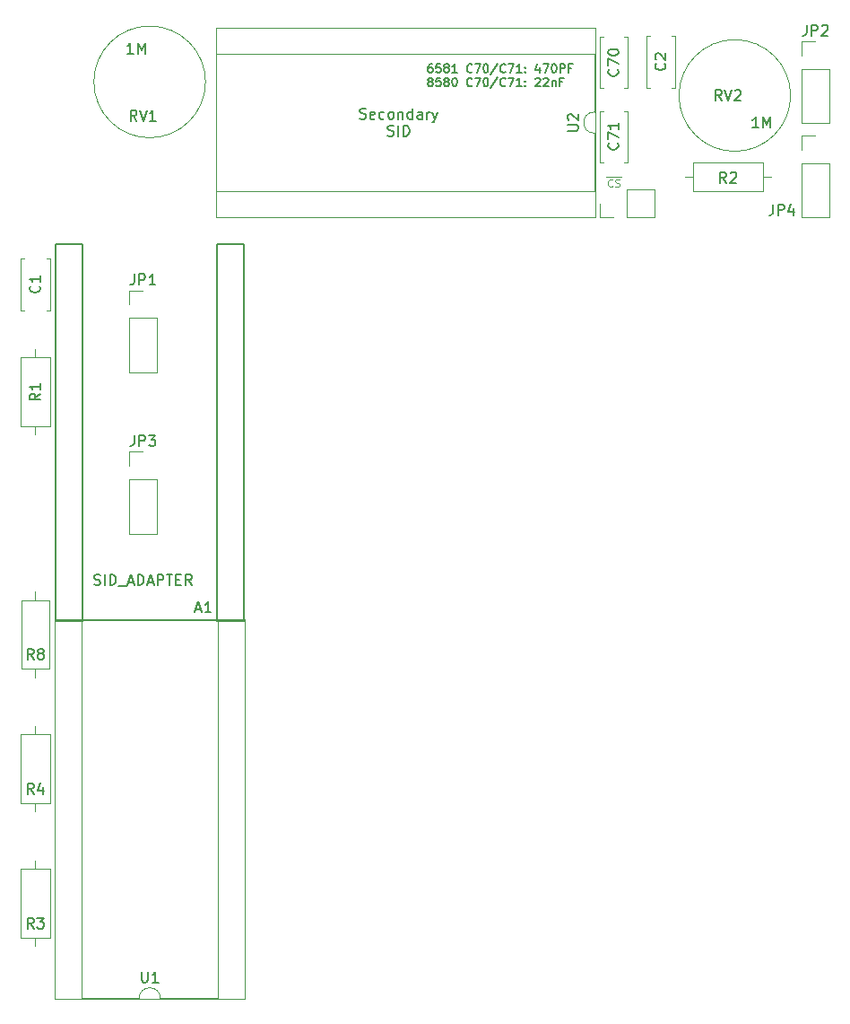
<source format=gto>
G04 #@! TF.GenerationSoftware,KiCad,Pcbnew,(6.0.5)*
G04 #@! TF.CreationDate,2023-01-02T22:47:37+01:00*
G04 #@! TF.ProjectId,C128DCR Dual SID,43313238-4443-4522-9044-75616c205349,D*
G04 #@! TF.SameCoordinates,Original*
G04 #@! TF.FileFunction,Legend,Top*
G04 #@! TF.FilePolarity,Positive*
%FSLAX46Y46*%
G04 Gerber Fmt 4.6, Leading zero omitted, Abs format (unit mm)*
G04 Created by KiCad (PCBNEW (6.0.5)) date 2023-01-02 22:47:37*
%MOMM*%
%LPD*%
G01*
G04 APERTURE LIST*
%ADD10C,0.150000*%
%ADD11C,0.100000*%
%ADD12C,0.120000*%
%ADD13R,1.600000X1.600000*%
%ADD14O,1.600000X1.600000*%
%ADD15C,1.600000*%
%ADD16R,1.700000X1.700000*%
%ADD17O,1.700000X1.700000*%
%ADD18C,2.340000*%
%ADD19C,2.500000*%
G04 APERTURE END LIST*
D10*
X134152142Y-77069761D02*
X134295000Y-77117380D01*
X134533095Y-77117380D01*
X134628333Y-77069761D01*
X134675952Y-77022142D01*
X134723571Y-76926904D01*
X134723571Y-76831666D01*
X134675952Y-76736428D01*
X134628333Y-76688809D01*
X134533095Y-76641190D01*
X134342619Y-76593571D01*
X134247380Y-76545952D01*
X134199761Y-76498333D01*
X134152142Y-76403095D01*
X134152142Y-76307857D01*
X134199761Y-76212619D01*
X134247380Y-76165000D01*
X134342619Y-76117380D01*
X134580714Y-76117380D01*
X134723571Y-76165000D01*
X135533095Y-77069761D02*
X135437857Y-77117380D01*
X135247380Y-77117380D01*
X135152142Y-77069761D01*
X135104523Y-76974523D01*
X135104523Y-76593571D01*
X135152142Y-76498333D01*
X135247380Y-76450714D01*
X135437857Y-76450714D01*
X135533095Y-76498333D01*
X135580714Y-76593571D01*
X135580714Y-76688809D01*
X135104523Y-76784047D01*
X136437857Y-77069761D02*
X136342619Y-77117380D01*
X136152142Y-77117380D01*
X136056904Y-77069761D01*
X136009285Y-77022142D01*
X135961666Y-76926904D01*
X135961666Y-76641190D01*
X136009285Y-76545952D01*
X136056904Y-76498333D01*
X136152142Y-76450714D01*
X136342619Y-76450714D01*
X136437857Y-76498333D01*
X137009285Y-77117380D02*
X136914047Y-77069761D01*
X136866428Y-77022142D01*
X136818809Y-76926904D01*
X136818809Y-76641190D01*
X136866428Y-76545952D01*
X136914047Y-76498333D01*
X137009285Y-76450714D01*
X137152142Y-76450714D01*
X137247380Y-76498333D01*
X137295000Y-76545952D01*
X137342619Y-76641190D01*
X137342619Y-76926904D01*
X137295000Y-77022142D01*
X137247380Y-77069761D01*
X137152142Y-77117380D01*
X137009285Y-77117380D01*
X137771190Y-76450714D02*
X137771190Y-77117380D01*
X137771190Y-76545952D02*
X137818809Y-76498333D01*
X137914047Y-76450714D01*
X138056904Y-76450714D01*
X138152142Y-76498333D01*
X138199761Y-76593571D01*
X138199761Y-77117380D01*
X139104523Y-77117380D02*
X139104523Y-76117380D01*
X139104523Y-77069761D02*
X139009285Y-77117380D01*
X138818809Y-77117380D01*
X138723571Y-77069761D01*
X138675952Y-77022142D01*
X138628333Y-76926904D01*
X138628333Y-76641190D01*
X138675952Y-76545952D01*
X138723571Y-76498333D01*
X138818809Y-76450714D01*
X139009285Y-76450714D01*
X139104523Y-76498333D01*
X140009285Y-77117380D02*
X140009285Y-76593571D01*
X139961666Y-76498333D01*
X139866428Y-76450714D01*
X139675952Y-76450714D01*
X139580714Y-76498333D01*
X140009285Y-77069761D02*
X139914047Y-77117380D01*
X139675952Y-77117380D01*
X139580714Y-77069761D01*
X139533095Y-76974523D01*
X139533095Y-76879285D01*
X139580714Y-76784047D01*
X139675952Y-76736428D01*
X139914047Y-76736428D01*
X140009285Y-76688809D01*
X140485476Y-77117380D02*
X140485476Y-76450714D01*
X140485476Y-76641190D02*
X140533095Y-76545952D01*
X140580714Y-76498333D01*
X140675952Y-76450714D01*
X140771190Y-76450714D01*
X141009285Y-76450714D02*
X141247380Y-77117380D01*
X141485476Y-76450714D02*
X141247380Y-77117380D01*
X141152142Y-77355476D01*
X141104523Y-77403095D01*
X141009285Y-77450714D01*
X136771190Y-78679761D02*
X136914047Y-78727380D01*
X137152142Y-78727380D01*
X137247380Y-78679761D01*
X137295000Y-78632142D01*
X137342619Y-78536904D01*
X137342619Y-78441666D01*
X137295000Y-78346428D01*
X137247380Y-78298809D01*
X137152142Y-78251190D01*
X136961666Y-78203571D01*
X136866428Y-78155952D01*
X136818809Y-78108333D01*
X136771190Y-78013095D01*
X136771190Y-77917857D01*
X136818809Y-77822619D01*
X136866428Y-77775000D01*
X136961666Y-77727380D01*
X137199761Y-77727380D01*
X137342619Y-77775000D01*
X137771190Y-78727380D02*
X137771190Y-77727380D01*
X138247380Y-78727380D02*
X138247380Y-77727380D01*
X138485476Y-77727380D01*
X138628333Y-77775000D01*
X138723571Y-77870238D01*
X138771190Y-77965476D01*
X138818809Y-78155952D01*
X138818809Y-78298809D01*
X138771190Y-78489285D01*
X138723571Y-78584523D01*
X138628333Y-78679761D01*
X138485476Y-78727380D01*
X138247380Y-78727380D01*
X140965833Y-71942904D02*
X140813452Y-71942904D01*
X140737261Y-71981000D01*
X140699166Y-72019095D01*
X140622976Y-72133380D01*
X140584880Y-72285761D01*
X140584880Y-72590523D01*
X140622976Y-72666714D01*
X140661071Y-72704809D01*
X140737261Y-72742904D01*
X140889642Y-72742904D01*
X140965833Y-72704809D01*
X141003928Y-72666714D01*
X141042023Y-72590523D01*
X141042023Y-72400047D01*
X141003928Y-72323857D01*
X140965833Y-72285761D01*
X140889642Y-72247666D01*
X140737261Y-72247666D01*
X140661071Y-72285761D01*
X140622976Y-72323857D01*
X140584880Y-72400047D01*
X141765833Y-71942904D02*
X141384880Y-71942904D01*
X141346785Y-72323857D01*
X141384880Y-72285761D01*
X141461071Y-72247666D01*
X141651547Y-72247666D01*
X141727738Y-72285761D01*
X141765833Y-72323857D01*
X141803928Y-72400047D01*
X141803928Y-72590523D01*
X141765833Y-72666714D01*
X141727738Y-72704809D01*
X141651547Y-72742904D01*
X141461071Y-72742904D01*
X141384880Y-72704809D01*
X141346785Y-72666714D01*
X142261071Y-72285761D02*
X142184880Y-72247666D01*
X142146785Y-72209571D01*
X142108690Y-72133380D01*
X142108690Y-72095285D01*
X142146785Y-72019095D01*
X142184880Y-71981000D01*
X142261071Y-71942904D01*
X142413452Y-71942904D01*
X142489642Y-71981000D01*
X142527738Y-72019095D01*
X142565833Y-72095285D01*
X142565833Y-72133380D01*
X142527738Y-72209571D01*
X142489642Y-72247666D01*
X142413452Y-72285761D01*
X142261071Y-72285761D01*
X142184880Y-72323857D01*
X142146785Y-72361952D01*
X142108690Y-72438142D01*
X142108690Y-72590523D01*
X142146785Y-72666714D01*
X142184880Y-72704809D01*
X142261071Y-72742904D01*
X142413452Y-72742904D01*
X142489642Y-72704809D01*
X142527738Y-72666714D01*
X142565833Y-72590523D01*
X142565833Y-72438142D01*
X142527738Y-72361952D01*
X142489642Y-72323857D01*
X142413452Y-72285761D01*
X143327738Y-72742904D02*
X142870595Y-72742904D01*
X143099166Y-72742904D02*
X143099166Y-71942904D01*
X143022976Y-72057190D01*
X142946785Y-72133380D01*
X142870595Y-72171476D01*
X144737261Y-72666714D02*
X144699166Y-72704809D01*
X144584880Y-72742904D01*
X144508690Y-72742904D01*
X144394404Y-72704809D01*
X144318214Y-72628619D01*
X144280119Y-72552428D01*
X144242023Y-72400047D01*
X144242023Y-72285761D01*
X144280119Y-72133380D01*
X144318214Y-72057190D01*
X144394404Y-71981000D01*
X144508690Y-71942904D01*
X144584880Y-71942904D01*
X144699166Y-71981000D01*
X144737261Y-72019095D01*
X145003928Y-71942904D02*
X145537261Y-71942904D01*
X145194404Y-72742904D01*
X145994404Y-71942904D02*
X146070595Y-71942904D01*
X146146785Y-71981000D01*
X146184880Y-72019095D01*
X146222976Y-72095285D01*
X146261071Y-72247666D01*
X146261071Y-72438142D01*
X146222976Y-72590523D01*
X146184880Y-72666714D01*
X146146785Y-72704809D01*
X146070595Y-72742904D01*
X145994404Y-72742904D01*
X145918214Y-72704809D01*
X145880119Y-72666714D01*
X145842023Y-72590523D01*
X145803928Y-72438142D01*
X145803928Y-72247666D01*
X145842023Y-72095285D01*
X145880119Y-72019095D01*
X145918214Y-71981000D01*
X145994404Y-71942904D01*
X147175357Y-71904809D02*
X146489642Y-72933380D01*
X147899166Y-72666714D02*
X147861071Y-72704809D01*
X147746785Y-72742904D01*
X147670595Y-72742904D01*
X147556309Y-72704809D01*
X147480119Y-72628619D01*
X147442023Y-72552428D01*
X147403928Y-72400047D01*
X147403928Y-72285761D01*
X147442023Y-72133380D01*
X147480119Y-72057190D01*
X147556309Y-71981000D01*
X147670595Y-71942904D01*
X147746785Y-71942904D01*
X147861071Y-71981000D01*
X147899166Y-72019095D01*
X148165833Y-71942904D02*
X148699166Y-71942904D01*
X148356309Y-72742904D01*
X149422976Y-72742904D02*
X148965833Y-72742904D01*
X149194404Y-72742904D02*
X149194404Y-71942904D01*
X149118214Y-72057190D01*
X149042023Y-72133380D01*
X148965833Y-72171476D01*
X149765833Y-72666714D02*
X149803928Y-72704809D01*
X149765833Y-72742904D01*
X149727738Y-72704809D01*
X149765833Y-72666714D01*
X149765833Y-72742904D01*
X149765833Y-72247666D02*
X149803928Y-72285761D01*
X149765833Y-72323857D01*
X149727738Y-72285761D01*
X149765833Y-72247666D01*
X149765833Y-72323857D01*
X151099166Y-72209571D02*
X151099166Y-72742904D01*
X150908690Y-71904809D02*
X150718214Y-72476238D01*
X151213452Y-72476238D01*
X151442023Y-71942904D02*
X151975357Y-71942904D01*
X151632500Y-72742904D01*
X152432500Y-71942904D02*
X152508690Y-71942904D01*
X152584880Y-71981000D01*
X152622976Y-72019095D01*
X152661071Y-72095285D01*
X152699166Y-72247666D01*
X152699166Y-72438142D01*
X152661071Y-72590523D01*
X152622976Y-72666714D01*
X152584880Y-72704809D01*
X152508690Y-72742904D01*
X152432500Y-72742904D01*
X152356309Y-72704809D01*
X152318214Y-72666714D01*
X152280119Y-72590523D01*
X152242023Y-72438142D01*
X152242023Y-72247666D01*
X152280119Y-72095285D01*
X152318214Y-72019095D01*
X152356309Y-71981000D01*
X152432500Y-71942904D01*
X153042023Y-72742904D02*
X153042023Y-71942904D01*
X153346785Y-71942904D01*
X153422976Y-71981000D01*
X153461071Y-72019095D01*
X153499166Y-72095285D01*
X153499166Y-72209571D01*
X153461071Y-72285761D01*
X153422976Y-72323857D01*
X153346785Y-72361952D01*
X153042023Y-72361952D01*
X154108690Y-72323857D02*
X153842023Y-72323857D01*
X153842023Y-72742904D02*
X153842023Y-71942904D01*
X154222976Y-71942904D01*
X140737261Y-73573761D02*
X140661071Y-73535666D01*
X140622976Y-73497571D01*
X140584880Y-73421380D01*
X140584880Y-73383285D01*
X140622976Y-73307095D01*
X140661071Y-73269000D01*
X140737261Y-73230904D01*
X140889642Y-73230904D01*
X140965833Y-73269000D01*
X141003928Y-73307095D01*
X141042023Y-73383285D01*
X141042023Y-73421380D01*
X141003928Y-73497571D01*
X140965833Y-73535666D01*
X140889642Y-73573761D01*
X140737261Y-73573761D01*
X140661071Y-73611857D01*
X140622976Y-73649952D01*
X140584880Y-73726142D01*
X140584880Y-73878523D01*
X140622976Y-73954714D01*
X140661071Y-73992809D01*
X140737261Y-74030904D01*
X140889642Y-74030904D01*
X140965833Y-73992809D01*
X141003928Y-73954714D01*
X141042023Y-73878523D01*
X141042023Y-73726142D01*
X141003928Y-73649952D01*
X140965833Y-73611857D01*
X140889642Y-73573761D01*
X141765833Y-73230904D02*
X141384880Y-73230904D01*
X141346785Y-73611857D01*
X141384880Y-73573761D01*
X141461071Y-73535666D01*
X141651547Y-73535666D01*
X141727738Y-73573761D01*
X141765833Y-73611857D01*
X141803928Y-73688047D01*
X141803928Y-73878523D01*
X141765833Y-73954714D01*
X141727738Y-73992809D01*
X141651547Y-74030904D01*
X141461071Y-74030904D01*
X141384880Y-73992809D01*
X141346785Y-73954714D01*
X142261071Y-73573761D02*
X142184880Y-73535666D01*
X142146785Y-73497571D01*
X142108690Y-73421380D01*
X142108690Y-73383285D01*
X142146785Y-73307095D01*
X142184880Y-73269000D01*
X142261071Y-73230904D01*
X142413452Y-73230904D01*
X142489642Y-73269000D01*
X142527738Y-73307095D01*
X142565833Y-73383285D01*
X142565833Y-73421380D01*
X142527738Y-73497571D01*
X142489642Y-73535666D01*
X142413452Y-73573761D01*
X142261071Y-73573761D01*
X142184880Y-73611857D01*
X142146785Y-73649952D01*
X142108690Y-73726142D01*
X142108690Y-73878523D01*
X142146785Y-73954714D01*
X142184880Y-73992809D01*
X142261071Y-74030904D01*
X142413452Y-74030904D01*
X142489642Y-73992809D01*
X142527738Y-73954714D01*
X142565833Y-73878523D01*
X142565833Y-73726142D01*
X142527738Y-73649952D01*
X142489642Y-73611857D01*
X142413452Y-73573761D01*
X143061071Y-73230904D02*
X143137261Y-73230904D01*
X143213452Y-73269000D01*
X143251547Y-73307095D01*
X143289642Y-73383285D01*
X143327738Y-73535666D01*
X143327738Y-73726142D01*
X143289642Y-73878523D01*
X143251547Y-73954714D01*
X143213452Y-73992809D01*
X143137261Y-74030904D01*
X143061071Y-74030904D01*
X142984880Y-73992809D01*
X142946785Y-73954714D01*
X142908690Y-73878523D01*
X142870595Y-73726142D01*
X142870595Y-73535666D01*
X142908690Y-73383285D01*
X142946785Y-73307095D01*
X142984880Y-73269000D01*
X143061071Y-73230904D01*
X144737261Y-73954714D02*
X144699166Y-73992809D01*
X144584880Y-74030904D01*
X144508690Y-74030904D01*
X144394404Y-73992809D01*
X144318214Y-73916619D01*
X144280119Y-73840428D01*
X144242023Y-73688047D01*
X144242023Y-73573761D01*
X144280119Y-73421380D01*
X144318214Y-73345190D01*
X144394404Y-73269000D01*
X144508690Y-73230904D01*
X144584880Y-73230904D01*
X144699166Y-73269000D01*
X144737261Y-73307095D01*
X145003928Y-73230904D02*
X145537261Y-73230904D01*
X145194404Y-74030904D01*
X145994404Y-73230904D02*
X146070595Y-73230904D01*
X146146785Y-73269000D01*
X146184880Y-73307095D01*
X146222976Y-73383285D01*
X146261071Y-73535666D01*
X146261071Y-73726142D01*
X146222976Y-73878523D01*
X146184880Y-73954714D01*
X146146785Y-73992809D01*
X146070595Y-74030904D01*
X145994404Y-74030904D01*
X145918214Y-73992809D01*
X145880119Y-73954714D01*
X145842023Y-73878523D01*
X145803928Y-73726142D01*
X145803928Y-73535666D01*
X145842023Y-73383285D01*
X145880119Y-73307095D01*
X145918214Y-73269000D01*
X145994404Y-73230904D01*
X147175357Y-73192809D02*
X146489642Y-74221380D01*
X147899166Y-73954714D02*
X147861071Y-73992809D01*
X147746785Y-74030904D01*
X147670595Y-74030904D01*
X147556309Y-73992809D01*
X147480119Y-73916619D01*
X147442023Y-73840428D01*
X147403928Y-73688047D01*
X147403928Y-73573761D01*
X147442023Y-73421380D01*
X147480119Y-73345190D01*
X147556309Y-73269000D01*
X147670595Y-73230904D01*
X147746785Y-73230904D01*
X147861071Y-73269000D01*
X147899166Y-73307095D01*
X148165833Y-73230904D02*
X148699166Y-73230904D01*
X148356309Y-74030904D01*
X149422976Y-74030904D02*
X148965833Y-74030904D01*
X149194404Y-74030904D02*
X149194404Y-73230904D01*
X149118214Y-73345190D01*
X149042023Y-73421380D01*
X148965833Y-73459476D01*
X149765833Y-73954714D02*
X149803928Y-73992809D01*
X149765833Y-74030904D01*
X149727738Y-73992809D01*
X149765833Y-73954714D01*
X149765833Y-74030904D01*
X149765833Y-73535666D02*
X149803928Y-73573761D01*
X149765833Y-73611857D01*
X149727738Y-73573761D01*
X149765833Y-73535666D01*
X149765833Y-73611857D01*
X150718214Y-73307095D02*
X150756309Y-73269000D01*
X150832500Y-73230904D01*
X151022976Y-73230904D01*
X151099166Y-73269000D01*
X151137261Y-73307095D01*
X151175357Y-73383285D01*
X151175357Y-73459476D01*
X151137261Y-73573761D01*
X150680119Y-74030904D01*
X151175357Y-74030904D01*
X151480119Y-73307095D02*
X151518214Y-73269000D01*
X151594404Y-73230904D01*
X151784880Y-73230904D01*
X151861071Y-73269000D01*
X151899166Y-73307095D01*
X151937261Y-73383285D01*
X151937261Y-73459476D01*
X151899166Y-73573761D01*
X151442023Y-74030904D01*
X151937261Y-74030904D01*
X152280119Y-73497571D02*
X152280119Y-74030904D01*
X152280119Y-73573761D02*
X152318214Y-73535666D01*
X152394404Y-73497571D01*
X152508690Y-73497571D01*
X152584880Y-73535666D01*
X152622976Y-73611857D01*
X152622976Y-74030904D01*
X153270595Y-73611857D02*
X153003928Y-73611857D01*
X153003928Y-74030904D02*
X153003928Y-73230904D01*
X153384880Y-73230904D01*
X118665714Y-123356666D02*
X119141904Y-123356666D01*
X118570476Y-123642380D02*
X118903809Y-122642380D01*
X119237142Y-123642380D01*
X120094285Y-123642380D02*
X119522857Y-123642380D01*
X119808571Y-123642380D02*
X119808571Y-122642380D01*
X119713333Y-122785238D01*
X119618095Y-122880476D01*
X119522857Y-122928095D01*
X109069761Y-121054761D02*
X109212619Y-121102380D01*
X109450714Y-121102380D01*
X109545952Y-121054761D01*
X109593571Y-121007142D01*
X109641190Y-120911904D01*
X109641190Y-120816666D01*
X109593571Y-120721428D01*
X109545952Y-120673809D01*
X109450714Y-120626190D01*
X109260238Y-120578571D01*
X109165000Y-120530952D01*
X109117380Y-120483333D01*
X109069761Y-120388095D01*
X109069761Y-120292857D01*
X109117380Y-120197619D01*
X109165000Y-120150000D01*
X109260238Y-120102380D01*
X109498333Y-120102380D01*
X109641190Y-120150000D01*
X110069761Y-121102380D02*
X110069761Y-120102380D01*
X110545952Y-121102380D02*
X110545952Y-120102380D01*
X110784047Y-120102380D01*
X110926904Y-120150000D01*
X111022142Y-120245238D01*
X111069761Y-120340476D01*
X111117380Y-120530952D01*
X111117380Y-120673809D01*
X111069761Y-120864285D01*
X111022142Y-120959523D01*
X110926904Y-121054761D01*
X110784047Y-121102380D01*
X110545952Y-121102380D01*
X111307857Y-121197619D02*
X112069761Y-121197619D01*
X112260238Y-120816666D02*
X112736428Y-120816666D01*
X112165000Y-121102380D02*
X112498333Y-120102380D01*
X112831666Y-121102380D01*
X113165000Y-121102380D02*
X113165000Y-120102380D01*
X113403095Y-120102380D01*
X113545952Y-120150000D01*
X113641190Y-120245238D01*
X113688809Y-120340476D01*
X113736428Y-120530952D01*
X113736428Y-120673809D01*
X113688809Y-120864285D01*
X113641190Y-120959523D01*
X113545952Y-121054761D01*
X113403095Y-121102380D01*
X113165000Y-121102380D01*
X114117380Y-120816666D02*
X114593571Y-120816666D01*
X114022142Y-121102380D02*
X114355476Y-120102380D01*
X114688809Y-121102380D01*
X115022142Y-121102380D02*
X115022142Y-120102380D01*
X115403095Y-120102380D01*
X115498333Y-120150000D01*
X115545952Y-120197619D01*
X115593571Y-120292857D01*
X115593571Y-120435714D01*
X115545952Y-120530952D01*
X115498333Y-120578571D01*
X115403095Y-120626190D01*
X115022142Y-120626190D01*
X115879285Y-120102380D02*
X116450714Y-120102380D01*
X116165000Y-121102380D02*
X116165000Y-120102380D01*
X116784047Y-120578571D02*
X117117380Y-120578571D01*
X117260238Y-121102380D02*
X116784047Y-121102380D01*
X116784047Y-120102380D01*
X117260238Y-120102380D01*
X118260238Y-121102380D02*
X117926904Y-120626190D01*
X117688809Y-121102380D02*
X117688809Y-120102380D01*
X118069761Y-120102380D01*
X118165000Y-120150000D01*
X118212619Y-120197619D01*
X118260238Y-120292857D01*
X118260238Y-120435714D01*
X118212619Y-120530952D01*
X118165000Y-120578571D01*
X118069761Y-120626190D01*
X117688809Y-120626190D01*
X158472142Y-72437857D02*
X158519761Y-72485476D01*
X158567380Y-72628333D01*
X158567380Y-72723571D01*
X158519761Y-72866428D01*
X158424523Y-72961666D01*
X158329285Y-73009285D01*
X158138809Y-73056904D01*
X157995952Y-73056904D01*
X157805476Y-73009285D01*
X157710238Y-72961666D01*
X157615000Y-72866428D01*
X157567380Y-72723571D01*
X157567380Y-72628333D01*
X157615000Y-72485476D01*
X157662619Y-72437857D01*
X157567380Y-72104523D02*
X157567380Y-71437857D01*
X158567380Y-71866428D01*
X157567380Y-70866428D02*
X157567380Y-70771190D01*
X157615000Y-70675952D01*
X157662619Y-70628333D01*
X157757857Y-70580714D01*
X157948333Y-70533095D01*
X158186428Y-70533095D01*
X158376904Y-70580714D01*
X158472142Y-70628333D01*
X158519761Y-70675952D01*
X158567380Y-70771190D01*
X158567380Y-70866428D01*
X158519761Y-70961666D01*
X158472142Y-71009285D01*
X158376904Y-71056904D01*
X158186428Y-71104523D01*
X157948333Y-71104523D01*
X157757857Y-71056904D01*
X157662619Y-71009285D01*
X157615000Y-70961666D01*
X157567380Y-70866428D01*
X158472142Y-79382857D02*
X158519761Y-79430476D01*
X158567380Y-79573333D01*
X158567380Y-79668571D01*
X158519761Y-79811428D01*
X158424523Y-79906666D01*
X158329285Y-79954285D01*
X158138809Y-80001904D01*
X157995952Y-80001904D01*
X157805476Y-79954285D01*
X157710238Y-79906666D01*
X157615000Y-79811428D01*
X157567380Y-79668571D01*
X157567380Y-79573333D01*
X157615000Y-79430476D01*
X157662619Y-79382857D01*
X157567380Y-79049523D02*
X157567380Y-78382857D01*
X158567380Y-78811428D01*
X158567380Y-77478095D02*
X158567380Y-78049523D01*
X158567380Y-77763809D02*
X157567380Y-77763809D01*
X157710238Y-77859047D01*
X157805476Y-77954285D01*
X157853095Y-78049523D01*
X103338333Y-128107380D02*
X103005000Y-127631190D01*
X102766904Y-128107380D02*
X102766904Y-127107380D01*
X103147857Y-127107380D01*
X103243095Y-127155000D01*
X103290714Y-127202619D01*
X103338333Y-127297857D01*
X103338333Y-127440714D01*
X103290714Y-127535952D01*
X103243095Y-127583571D01*
X103147857Y-127631190D01*
X102766904Y-127631190D01*
X103909761Y-127535952D02*
X103814523Y-127488333D01*
X103766904Y-127440714D01*
X103719285Y-127345476D01*
X103719285Y-127297857D01*
X103766904Y-127202619D01*
X103814523Y-127155000D01*
X103909761Y-127107380D01*
X104100238Y-127107380D01*
X104195476Y-127155000D01*
X104243095Y-127202619D01*
X104290714Y-127297857D01*
X104290714Y-127345476D01*
X104243095Y-127440714D01*
X104195476Y-127488333D01*
X104100238Y-127535952D01*
X103909761Y-127535952D01*
X103814523Y-127583571D01*
X103766904Y-127631190D01*
X103719285Y-127726428D01*
X103719285Y-127916904D01*
X103766904Y-128012142D01*
X103814523Y-128059761D01*
X103909761Y-128107380D01*
X104100238Y-128107380D01*
X104195476Y-128059761D01*
X104243095Y-128012142D01*
X104290714Y-127916904D01*
X104290714Y-127726428D01*
X104243095Y-127631190D01*
X104195476Y-127583571D01*
X104100238Y-127535952D01*
X113538095Y-157567380D02*
X113538095Y-158376904D01*
X113585714Y-158472142D01*
X113633333Y-158519761D01*
X113728571Y-158567380D01*
X113919047Y-158567380D01*
X114014285Y-158519761D01*
X114061904Y-158472142D01*
X114109523Y-158376904D01*
X114109523Y-157567380D01*
X115109523Y-158567380D02*
X114538095Y-158567380D01*
X114823809Y-158567380D02*
X114823809Y-157567380D01*
X114728571Y-157710238D01*
X114633333Y-157805476D01*
X114538095Y-157853095D01*
X153772380Y-78226904D02*
X154581904Y-78226904D01*
X154677142Y-78179285D01*
X154724761Y-78131666D01*
X154772380Y-78036428D01*
X154772380Y-77845952D01*
X154724761Y-77750714D01*
X154677142Y-77703095D01*
X154581904Y-77655476D01*
X153772380Y-77655476D01*
X153867619Y-77226904D02*
X153820000Y-77179285D01*
X153772380Y-77084047D01*
X153772380Y-76845952D01*
X153820000Y-76750714D01*
X153867619Y-76703095D01*
X153962857Y-76655476D01*
X154058095Y-76655476D01*
X154200952Y-76703095D01*
X154772380Y-77274523D01*
X154772380Y-76655476D01*
D11*
X157431666Y-82604000D02*
X158131666Y-82604000D01*
X157998333Y-83435000D02*
X157965000Y-83468333D01*
X157865000Y-83501666D01*
X157798333Y-83501666D01*
X157698333Y-83468333D01*
X157631666Y-83401666D01*
X157598333Y-83335000D01*
X157565000Y-83201666D01*
X157565000Y-83101666D01*
X157598333Y-82968333D01*
X157631666Y-82901666D01*
X157698333Y-82835000D01*
X157798333Y-82801666D01*
X157865000Y-82801666D01*
X157965000Y-82835000D01*
X157998333Y-82868333D01*
X158131666Y-82604000D02*
X158798333Y-82604000D01*
X158265000Y-83468333D02*
X158365000Y-83501666D01*
X158531666Y-83501666D01*
X158598333Y-83468333D01*
X158631666Y-83435000D01*
X158665000Y-83368333D01*
X158665000Y-83301666D01*
X158631666Y-83235000D01*
X158598333Y-83201666D01*
X158531666Y-83168333D01*
X158398333Y-83135000D01*
X158331666Y-83101666D01*
X158298333Y-83068333D01*
X158265000Y-83001666D01*
X158265000Y-82935000D01*
X158298333Y-82868333D01*
X158331666Y-82835000D01*
X158398333Y-82801666D01*
X158565000Y-82801666D01*
X158665000Y-82835000D01*
D10*
X112831666Y-91752380D02*
X112831666Y-92466666D01*
X112784047Y-92609523D01*
X112688809Y-92704761D01*
X112545952Y-92752380D01*
X112450714Y-92752380D01*
X113307857Y-92752380D02*
X113307857Y-91752380D01*
X113688809Y-91752380D01*
X113784047Y-91800000D01*
X113831666Y-91847619D01*
X113879285Y-91942857D01*
X113879285Y-92085714D01*
X113831666Y-92180952D01*
X113784047Y-92228571D01*
X113688809Y-92276190D01*
X113307857Y-92276190D01*
X114831666Y-92752380D02*
X114260238Y-92752380D01*
X114545952Y-92752380D02*
X114545952Y-91752380D01*
X114450714Y-91895238D01*
X114355476Y-91990476D01*
X114260238Y-92038095D01*
X103957380Y-103036666D02*
X103481190Y-103370000D01*
X103957380Y-103608095D02*
X102957380Y-103608095D01*
X102957380Y-103227142D01*
X103005000Y-103131904D01*
X103052619Y-103084285D01*
X103147857Y-103036666D01*
X103290714Y-103036666D01*
X103385952Y-103084285D01*
X103433571Y-103131904D01*
X103481190Y-103227142D01*
X103481190Y-103608095D01*
X103957380Y-102084285D02*
X103957380Y-102655714D01*
X103957380Y-102370000D02*
X102957380Y-102370000D01*
X103100238Y-102465238D01*
X103195476Y-102560476D01*
X103243095Y-102655714D01*
X168743333Y-83129380D02*
X168410000Y-82653190D01*
X168171904Y-83129380D02*
X168171904Y-82129380D01*
X168552857Y-82129380D01*
X168648095Y-82177000D01*
X168695714Y-82224619D01*
X168743333Y-82319857D01*
X168743333Y-82462714D01*
X168695714Y-82557952D01*
X168648095Y-82605571D01*
X168552857Y-82653190D01*
X168171904Y-82653190D01*
X169124285Y-82224619D02*
X169171904Y-82177000D01*
X169267142Y-82129380D01*
X169505238Y-82129380D01*
X169600476Y-82177000D01*
X169648095Y-82224619D01*
X169695714Y-82319857D01*
X169695714Y-82415095D01*
X169648095Y-82557952D01*
X169076666Y-83129380D01*
X169695714Y-83129380D01*
X103338333Y-153487380D02*
X103005000Y-153011190D01*
X102766904Y-153487380D02*
X102766904Y-152487380D01*
X103147857Y-152487380D01*
X103243095Y-152535000D01*
X103290714Y-152582619D01*
X103338333Y-152677857D01*
X103338333Y-152820714D01*
X103290714Y-152915952D01*
X103243095Y-152963571D01*
X103147857Y-153011190D01*
X102766904Y-153011190D01*
X103671666Y-152487380D02*
X104290714Y-152487380D01*
X103957380Y-152868333D01*
X104100238Y-152868333D01*
X104195476Y-152915952D01*
X104243095Y-152963571D01*
X104290714Y-153058809D01*
X104290714Y-153296904D01*
X104243095Y-153392142D01*
X104195476Y-153439761D01*
X104100238Y-153487380D01*
X103814523Y-153487380D01*
X103719285Y-153439761D01*
X103671666Y-153392142D01*
X103338333Y-140787380D02*
X103005000Y-140311190D01*
X102766904Y-140787380D02*
X102766904Y-139787380D01*
X103147857Y-139787380D01*
X103243095Y-139835000D01*
X103290714Y-139882619D01*
X103338333Y-139977857D01*
X103338333Y-140120714D01*
X103290714Y-140215952D01*
X103243095Y-140263571D01*
X103147857Y-140311190D01*
X102766904Y-140311190D01*
X104195476Y-140120714D02*
X104195476Y-140787380D01*
X103957380Y-139739761D02*
X103719285Y-140454047D01*
X104338333Y-140454047D01*
X113069761Y-77287380D02*
X112736428Y-76811190D01*
X112498333Y-77287380D02*
X112498333Y-76287380D01*
X112879285Y-76287380D01*
X112974523Y-76335000D01*
X113022142Y-76382619D01*
X113069761Y-76477857D01*
X113069761Y-76620714D01*
X113022142Y-76715952D01*
X112974523Y-76763571D01*
X112879285Y-76811190D01*
X112498333Y-76811190D01*
X113355476Y-76287380D02*
X113688809Y-77287380D01*
X114022142Y-76287380D01*
X114879285Y-77287380D02*
X114307857Y-77287380D01*
X114593571Y-77287380D02*
X114593571Y-76287380D01*
X114498333Y-76430238D01*
X114403095Y-76525476D01*
X114307857Y-76573095D01*
X112744285Y-70937380D02*
X112172857Y-70937380D01*
X112458571Y-70937380D02*
X112458571Y-69937380D01*
X112363333Y-70080238D01*
X112268095Y-70175476D01*
X112172857Y-70223095D01*
X113172857Y-70937380D02*
X113172857Y-69937380D01*
X113506190Y-70651666D01*
X113839523Y-69937380D01*
X113839523Y-70937380D01*
X112831666Y-106977380D02*
X112831666Y-107691666D01*
X112784047Y-107834523D01*
X112688809Y-107929761D01*
X112545952Y-107977380D01*
X112450714Y-107977380D01*
X113307857Y-107977380D02*
X113307857Y-106977380D01*
X113688809Y-106977380D01*
X113784047Y-107025000D01*
X113831666Y-107072619D01*
X113879285Y-107167857D01*
X113879285Y-107310714D01*
X113831666Y-107405952D01*
X113784047Y-107453571D01*
X113688809Y-107501190D01*
X113307857Y-107501190D01*
X114212619Y-106977380D02*
X114831666Y-106977380D01*
X114498333Y-107358333D01*
X114641190Y-107358333D01*
X114736428Y-107405952D01*
X114784047Y-107453571D01*
X114831666Y-107548809D01*
X114831666Y-107786904D01*
X114784047Y-107882142D01*
X114736428Y-107929761D01*
X114641190Y-107977380D01*
X114355476Y-107977380D01*
X114260238Y-107929761D01*
X114212619Y-107882142D01*
X176331666Y-68242380D02*
X176331666Y-68956666D01*
X176284047Y-69099523D01*
X176188809Y-69194761D01*
X176045952Y-69242380D01*
X175950714Y-69242380D01*
X176807857Y-69242380D02*
X176807857Y-68242380D01*
X177188809Y-68242380D01*
X177284047Y-68290000D01*
X177331666Y-68337619D01*
X177379285Y-68432857D01*
X177379285Y-68575714D01*
X177331666Y-68670952D01*
X177284047Y-68718571D01*
X177188809Y-68766190D01*
X176807857Y-68766190D01*
X177760238Y-68337619D02*
X177807857Y-68290000D01*
X177903095Y-68242380D01*
X178141190Y-68242380D01*
X178236428Y-68290000D01*
X178284047Y-68337619D01*
X178331666Y-68432857D01*
X178331666Y-68528095D01*
X178284047Y-68670952D01*
X177712619Y-69242380D01*
X178331666Y-69242380D01*
X162917142Y-71881666D02*
X162964761Y-71929285D01*
X163012380Y-72072142D01*
X163012380Y-72167380D01*
X162964761Y-72310238D01*
X162869523Y-72405476D01*
X162774285Y-72453095D01*
X162583809Y-72500714D01*
X162440952Y-72500714D01*
X162250476Y-72453095D01*
X162155238Y-72405476D01*
X162060000Y-72310238D01*
X162012380Y-72167380D01*
X162012380Y-72072142D01*
X162060000Y-71929285D01*
X162107619Y-71881666D01*
X162107619Y-71500714D02*
X162060000Y-71453095D01*
X162012380Y-71357857D01*
X162012380Y-71119761D01*
X162060000Y-71024523D01*
X162107619Y-70976904D01*
X162202857Y-70929285D01*
X162298095Y-70929285D01*
X162440952Y-70976904D01*
X163012380Y-71548333D01*
X163012380Y-70929285D01*
X103862142Y-92876666D02*
X103909761Y-92924285D01*
X103957380Y-93067142D01*
X103957380Y-93162380D01*
X103909761Y-93305238D01*
X103814523Y-93400476D01*
X103719285Y-93448095D01*
X103528809Y-93495714D01*
X103385952Y-93495714D01*
X103195476Y-93448095D01*
X103100238Y-93400476D01*
X103005000Y-93305238D01*
X102957380Y-93162380D01*
X102957380Y-93067142D01*
X103005000Y-92924285D01*
X103052619Y-92876666D01*
X103957380Y-91924285D02*
X103957380Y-92495714D01*
X103957380Y-92210000D02*
X102957380Y-92210000D01*
X103100238Y-92305238D01*
X103195476Y-92400476D01*
X103243095Y-92495714D01*
X173156666Y-85177380D02*
X173156666Y-85891666D01*
X173109047Y-86034523D01*
X173013809Y-86129761D01*
X172870952Y-86177380D01*
X172775714Y-86177380D01*
X173632857Y-86177380D02*
X173632857Y-85177380D01*
X174013809Y-85177380D01*
X174109047Y-85225000D01*
X174156666Y-85272619D01*
X174204285Y-85367857D01*
X174204285Y-85510714D01*
X174156666Y-85605952D01*
X174109047Y-85653571D01*
X174013809Y-85701190D01*
X173632857Y-85701190D01*
X175061428Y-85510714D02*
X175061428Y-86177380D01*
X174823333Y-85129761D02*
X174585238Y-85844047D01*
X175204285Y-85844047D01*
X168314761Y-75382380D02*
X167981428Y-74906190D01*
X167743333Y-75382380D02*
X167743333Y-74382380D01*
X168124285Y-74382380D01*
X168219523Y-74430000D01*
X168267142Y-74477619D01*
X168314761Y-74572857D01*
X168314761Y-74715714D01*
X168267142Y-74810952D01*
X168219523Y-74858571D01*
X168124285Y-74906190D01*
X167743333Y-74906190D01*
X168600476Y-74382380D02*
X168933809Y-75382380D01*
X169267142Y-74382380D01*
X169552857Y-74477619D02*
X169600476Y-74430000D01*
X169695714Y-74382380D01*
X169933809Y-74382380D01*
X170029047Y-74430000D01*
X170076666Y-74477619D01*
X170124285Y-74572857D01*
X170124285Y-74668095D01*
X170076666Y-74810952D01*
X169505238Y-75382380D01*
X170124285Y-75382380D01*
X171799285Y-77922380D02*
X171227857Y-77922380D01*
X171513571Y-77922380D02*
X171513571Y-76922380D01*
X171418333Y-77065238D01*
X171323095Y-77160476D01*
X171227857Y-77208095D01*
X172227857Y-77922380D02*
X172227857Y-76922380D01*
X172561190Y-77636666D01*
X172894523Y-76922380D01*
X172894523Y-77922380D01*
X120650000Y-88900000D02*
X120650000Y-124460000D01*
X107950000Y-124460000D02*
X107950000Y-88900000D01*
X107950000Y-124460000D02*
X105410000Y-124460000D01*
X123190000Y-124460000D02*
X120650000Y-124460000D01*
X105410000Y-88900000D02*
X105410000Y-124460000D01*
X107950000Y-88900000D02*
X105410000Y-88900000D01*
X123190000Y-88900000D02*
X120650000Y-88900000D01*
X123190000Y-124460000D02*
X123190000Y-88900000D01*
D12*
X159425000Y-74165000D02*
X159111000Y-74165000D01*
X159425000Y-69345000D02*
X159111000Y-69345000D01*
X156805000Y-69345000D02*
X156805000Y-74165000D01*
X157119000Y-74165000D02*
X156805000Y-74165000D01*
X159425000Y-69345000D02*
X159425000Y-74165000D01*
X157119000Y-69345000D02*
X156805000Y-69345000D01*
X156805000Y-81190000D02*
X156805000Y-76370000D01*
X159111000Y-76370000D02*
X159425000Y-76370000D01*
X159425000Y-81190000D02*
X159425000Y-76370000D01*
X156805000Y-76370000D02*
X157119000Y-76370000D01*
X159111000Y-81190000D02*
X159425000Y-81190000D01*
X156805000Y-81190000D02*
X157119000Y-81190000D01*
X102195000Y-128960000D02*
X104815000Y-128960000D01*
X103505000Y-121650000D02*
X103505000Y-122540000D01*
X104815000Y-128960000D02*
X104815000Y-122540000D01*
X104815000Y-122540000D02*
X102195000Y-122540000D01*
X102195000Y-122540000D02*
X102195000Y-128960000D01*
X103505000Y-129850000D02*
X103505000Y-128960000D01*
X105350000Y-124340000D02*
X105350000Y-160140000D01*
X105350000Y-160140000D02*
X123250000Y-160140000D01*
X123250000Y-124340000D02*
X105350000Y-124340000D01*
X120760000Y-160080000D02*
X120760000Y-124400000D01*
X123250000Y-160140000D02*
X123250000Y-124340000D01*
X120760000Y-124400000D02*
X107840000Y-124400000D01*
X107840000Y-160080000D02*
X113300000Y-160080000D01*
X115300000Y-160080000D02*
X120760000Y-160080000D01*
X107840000Y-124400000D02*
X107840000Y-160080000D01*
X115300000Y-160080000D02*
G75*
G03*
X113300000Y-160080000I-1000000J0D01*
G01*
X120605000Y-83925000D02*
X156285000Y-83925000D01*
X120605000Y-71005000D02*
X120605000Y-83925000D01*
X120545000Y-86415000D02*
X156345000Y-86415000D01*
X156285000Y-71005000D02*
X120605000Y-71005000D01*
X156285000Y-76465000D02*
X156285000Y-71005000D01*
X120545000Y-68515000D02*
X120545000Y-86415000D01*
X156345000Y-86415000D02*
X156345000Y-68515000D01*
X156345000Y-68515000D02*
X120545000Y-68515000D01*
X156285000Y-83925000D02*
X156285000Y-78465000D01*
X156285000Y-76465000D02*
G75*
G03*
X156285000Y-78465000I0J-1000000D01*
G01*
X159385000Y-86420000D02*
X159385000Y-83760000D01*
X159385000Y-86420000D02*
X161985000Y-86420000D01*
X156785000Y-86420000D02*
X156785000Y-85090000D01*
X158115000Y-86420000D02*
X156785000Y-86420000D01*
X161985000Y-86420000D02*
X161985000Y-83760000D01*
X159385000Y-83760000D02*
X161985000Y-83760000D01*
X112335000Y-94630000D02*
X112335000Y-93300000D01*
X112335000Y-95900000D02*
X112335000Y-101040000D01*
X114995000Y-95900000D02*
X114995000Y-101040000D01*
X112335000Y-93300000D02*
X113665000Y-93300000D01*
X112335000Y-101040000D02*
X114995000Y-101040000D01*
X112335000Y-95900000D02*
X114995000Y-95900000D01*
X103505000Y-106910000D02*
X103505000Y-106140000D01*
X103505000Y-98830000D02*
X103505000Y-99600000D01*
X104875000Y-106140000D02*
X104875000Y-99600000D01*
X104875000Y-99600000D02*
X102135000Y-99600000D01*
X102135000Y-106140000D02*
X104875000Y-106140000D01*
X102135000Y-99600000D02*
X102135000Y-106140000D01*
X165640000Y-81180000D02*
X165640000Y-83920000D01*
X172180000Y-81180000D02*
X165640000Y-81180000D01*
X172180000Y-83920000D02*
X172180000Y-81180000D01*
X164870000Y-82550000D02*
X165640000Y-82550000D01*
X165640000Y-83920000D02*
X172180000Y-83920000D01*
X172950000Y-82550000D02*
X172180000Y-82550000D01*
X104875000Y-154400000D02*
X104875000Y-147860000D01*
X102135000Y-147860000D02*
X102135000Y-154400000D01*
X103505000Y-155170000D02*
X103505000Y-154400000D01*
X102135000Y-154400000D02*
X104875000Y-154400000D01*
X103505000Y-147090000D02*
X103505000Y-147860000D01*
X104875000Y-147860000D02*
X102135000Y-147860000D01*
X104875000Y-135160000D02*
X102135000Y-135160000D01*
X104875000Y-141700000D02*
X104875000Y-135160000D01*
X102135000Y-135160000D02*
X102135000Y-141700000D01*
X103505000Y-142470000D02*
X103505000Y-141700000D01*
X102135000Y-141700000D02*
X104875000Y-141700000D01*
X103505000Y-134390000D02*
X103505000Y-135160000D01*
X119569000Y-73620000D02*
G75*
G03*
X119569000Y-73620000I-5270000J0D01*
G01*
X112335000Y-109855000D02*
X112335000Y-108525000D01*
X114995000Y-111125000D02*
X114995000Y-116265000D01*
X112335000Y-116265000D02*
X114995000Y-116265000D01*
X112335000Y-111125000D02*
X112335000Y-116265000D01*
X112335000Y-111125000D02*
X114995000Y-111125000D01*
X112335000Y-108525000D02*
X113665000Y-108525000D01*
X175835000Y-72390000D02*
X178495000Y-72390000D01*
X175835000Y-72390000D02*
X175835000Y-77530000D01*
X175835000Y-69790000D02*
X177165000Y-69790000D01*
X178495000Y-72390000D02*
X178495000Y-77530000D01*
X175835000Y-71120000D02*
X175835000Y-69790000D01*
X175835000Y-77530000D02*
X178495000Y-77530000D01*
X161505000Y-74185000D02*
X161190000Y-74185000D01*
X161190000Y-69245000D02*
X161190000Y-74185000D01*
X163930000Y-74185000D02*
X163615000Y-74185000D01*
X163930000Y-69245000D02*
X163930000Y-74185000D01*
X161505000Y-69245000D02*
X161190000Y-69245000D01*
X163930000Y-69245000D02*
X163615000Y-69245000D01*
X102135000Y-90240000D02*
X102135000Y-95180000D01*
X102450000Y-90240000D02*
X102135000Y-90240000D01*
X104875000Y-90240000D02*
X104875000Y-95180000D01*
X102450000Y-95180000D02*
X102135000Y-95180000D01*
X104875000Y-95180000D02*
X104560000Y-95180000D01*
X104875000Y-90240000D02*
X104560000Y-90240000D01*
X175835000Y-86420000D02*
X178495000Y-86420000D01*
X175835000Y-78680000D02*
X177165000Y-78680000D01*
X175835000Y-80010000D02*
X175835000Y-78680000D01*
X175835000Y-81280000D02*
X175835000Y-86420000D01*
X175835000Y-81280000D02*
X178495000Y-81280000D01*
X178495000Y-81280000D02*
X178495000Y-86420000D01*
X174816000Y-74905000D02*
G75*
G03*
X174816000Y-74905000I-5270000J0D01*
G01*
%LPC*%
D13*
X121920000Y-123190000D03*
D14*
X121920000Y-120650000D03*
X121920000Y-118110000D03*
X121920000Y-115570000D03*
X121920000Y-113030000D03*
X121920000Y-110490000D03*
X121920000Y-107950000D03*
X121920000Y-105410000D03*
X121920000Y-102870000D03*
X121920000Y-100330000D03*
X121920000Y-97790000D03*
X121920000Y-95250000D03*
X121920000Y-92710000D03*
X121920000Y-90170000D03*
X106680000Y-90170000D03*
X106680000Y-92710000D03*
X106680000Y-95250000D03*
X106680000Y-97790000D03*
X106680000Y-100330000D03*
X106680000Y-102870000D03*
X106680000Y-105410000D03*
X106680000Y-107950000D03*
X106680000Y-110490000D03*
X106680000Y-113030000D03*
X106680000Y-115570000D03*
X106680000Y-118110000D03*
X106680000Y-120650000D03*
X106680000Y-123190000D03*
D15*
X158115000Y-69255000D03*
X158115000Y-74255000D03*
X158115000Y-81280000D03*
X158115000Y-76280000D03*
X103505000Y-130830000D03*
D14*
X103505000Y-120670000D03*
D13*
X121920000Y-158750000D03*
D14*
X121920000Y-156210000D03*
X121920000Y-153670000D03*
X121920000Y-151130000D03*
X121920000Y-148590000D03*
X121920000Y-146050000D03*
X121920000Y-143510000D03*
X121920000Y-140970000D03*
X121920000Y-138430000D03*
X121920000Y-135890000D03*
X121920000Y-133350000D03*
X121920000Y-130810000D03*
X121920000Y-128270000D03*
X121920000Y-125730000D03*
X106680000Y-125730000D03*
X106680000Y-128270000D03*
X106680000Y-130810000D03*
X106680000Y-133350000D03*
X106680000Y-135890000D03*
X106680000Y-138430000D03*
X106680000Y-140970000D03*
X106680000Y-143510000D03*
X106680000Y-146050000D03*
X106680000Y-148590000D03*
X106680000Y-151130000D03*
X106680000Y-153670000D03*
X106680000Y-156210000D03*
X106680000Y-158750000D03*
D13*
X154955000Y-69845000D03*
D14*
X152415000Y-69845000D03*
X149875000Y-69845000D03*
X147335000Y-69845000D03*
X144795000Y-69845000D03*
X142255000Y-69845000D03*
X139715000Y-69845000D03*
X137175000Y-69845000D03*
X134635000Y-69845000D03*
X132095000Y-69845000D03*
X129555000Y-69845000D03*
X127015000Y-69845000D03*
X124475000Y-69845000D03*
X121935000Y-69845000D03*
X121935000Y-85085000D03*
X124475000Y-85085000D03*
X127015000Y-85085000D03*
X129555000Y-85085000D03*
X132095000Y-85085000D03*
X134635000Y-85085000D03*
X137175000Y-85085000D03*
X139715000Y-85085000D03*
X142255000Y-85085000D03*
X144795000Y-85085000D03*
X147335000Y-85085000D03*
X149875000Y-85085000D03*
X152415000Y-85085000D03*
X154955000Y-85085000D03*
D16*
X158115000Y-85090000D03*
D17*
X160655000Y-85090000D03*
D16*
X113665000Y-94630000D03*
D17*
X113665000Y-97170000D03*
X113665000Y-99710000D03*
D15*
X103505000Y-107950000D03*
D14*
X103505000Y-97790000D03*
D15*
X173990000Y-82550000D03*
D14*
X163830000Y-82550000D03*
D15*
X103505000Y-146050000D03*
D14*
X103505000Y-156210000D03*
D15*
X103505000Y-143510000D03*
D14*
X103505000Y-133350000D03*
D18*
X116800000Y-71120000D03*
X111800000Y-73620000D03*
X116800000Y-76120000D03*
D16*
X113665000Y-109855000D03*
D17*
X113665000Y-112395000D03*
X113665000Y-114935000D03*
D16*
X177165000Y-71120000D03*
D17*
X177165000Y-73660000D03*
X177165000Y-76200000D03*
D15*
X162560000Y-69215000D03*
X162560000Y-74215000D03*
D19*
X161925000Y-78105000D03*
D15*
X103505000Y-90210000D03*
X103505000Y-95210000D03*
D19*
X114300000Y-154940000D03*
D16*
X177165000Y-80010000D03*
D17*
X177165000Y-82550000D03*
X177165000Y-85090000D03*
D18*
X167045000Y-77405000D03*
X172045000Y-74905000D03*
X167045000Y-72405000D03*
M02*

</source>
